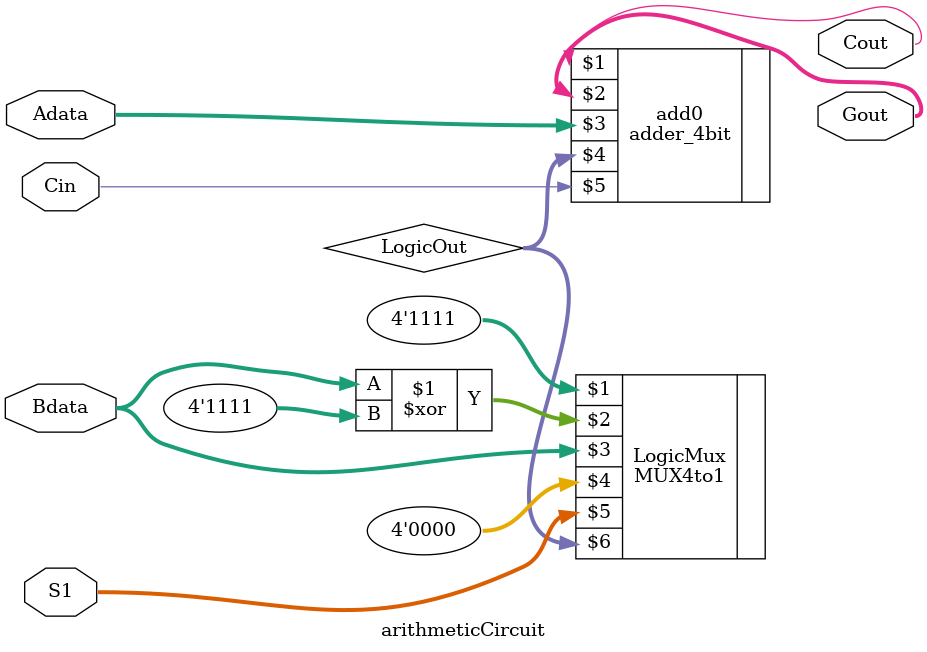
<source format=v>
module arithmeticCircuit(
    input [3:0] Adata, Bdata,
    input [1:0] S1,
    input Cin,
    output [3:0] Gout,
    output Cout
);


wire [3:0] LogicOut;

MUX4to1 LogicMux(4'b1111, {Bdata^4'b1111}, Bdata, 4'b0000, S1, LogicOut);
adder_4bit add0(Cout, Gout, Adata, LogicOut, Cin);

endmodule
</source>
